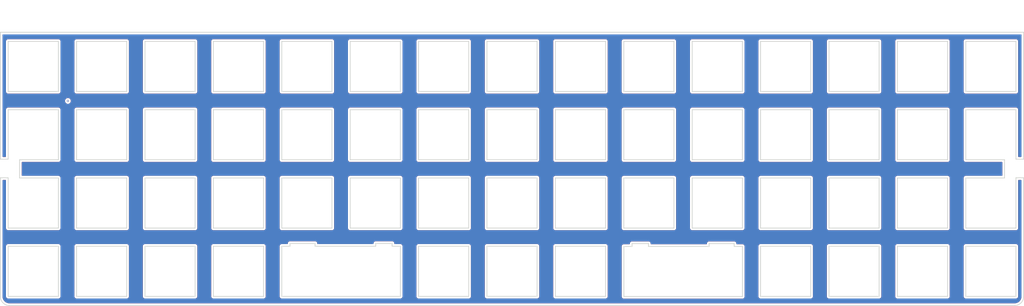
<source format=kicad_pcb>
(kicad_pcb (version 20171130) (host pcbnew "(5.1.10-1-10_14)")
  (title_block (title "Juliet PCB") (date 2021-01-23) (rev 1))
  (layers (0 F.Cu signal) (31 B.Cu signal) (34 B.Paste user) (35 F.Paste user) (36 B.SilkS user hide) (37 F.SilkS user hide) (38 B.Mask user) (39 F.Mask user) (44 Edge.Cuts user))
  (net 0 "")
  (gr_line (start 200.515 186.6599) (end 200.515 172.689899) (layer Edge.Cuts) (width 0.2))
  (gr_line (start 143.38 129.5198) (end 143.38 115.5499) (layer Edge.Cuts) (width 0.2))
  (gr_line (start 138.3 129.5198) (end 124.33 129.5198) (layer Edge.Cuts) (width 0.2))
  (gr_line (start 124.33 129.5198) (end 124.33 115.5499) (layer Edge.Cuts) (width 0.2))
  (gr_line (start 119.25 115.5499) (end 119.25 129.5198) (layer Edge.Cuts) (width 0.2))
  (gr_line (start 119.25 129.5198) (end 105.28 129.5198) (layer Edge.Cuts) (width 0.2))
  (gr_line (start 86.23 129.5198) (end 86.23 115.5499) (layer Edge.Cuts) (width 0.2))
  (gr_line (start 67.18 129.5198) (end 67.18 115.5499) (layer Edge.Cuts) (width 0.2))
  (gr_line (start 67.18 115.5499) (end 81.15 115.5499) (layer Edge.Cuts) (width 0.2))
  (gr_line (start 81.15 115.5499) (end 81.15 129.5198) (layer Edge.Cuts) (width 0.2))
  (gr_line (start 105.28 129.5198) (end 105.28 115.5499) (layer Edge.Cuts) (width 0.2))
  (gr_line (start 81.15 129.5198) (end 67.18 129.5198) (layer Edge.Cuts) (width 0.2))
  (gr_line (start 143.38 115.5499) (end 157.35 115.5499) (layer Edge.Cuts) (width 0.2))
  (gr_line (start 124.33 115.5499) (end 138.3 115.5499) (layer Edge.Cuts) (width 0.2))
  (gr_line (start 162.43 115.5499) (end 176.4 115.5499) (layer Edge.Cuts) (width 0.2))
  (gr_line (start 176.4 115.5499) (end 176.4 129.5198) (layer Edge.Cuts) (width 0.2))
  (gr_line (start 176.4 129.5198) (end 162.43 129.5198) (layer Edge.Cuts) (width 0.2))
  (gr_line (start 162.43 129.5198) (end 162.43 115.5499) (layer Edge.Cuts) (width 0.2))
  (gr_line (start 181.48 115.5499) (end 195.45 115.5499) (layer Edge.Cuts) (width 0.2))
  (gr_line (start 157.35 129.5198) (end 143.38 129.5198) (layer Edge.Cuts) (width 0.2))
  (gr_line (start 195.45 115.5499) (end 195.45 129.5198) (layer Edge.Cuts) (width 0.2))
  (gr_line (start 195.45 129.5198) (end 181.48 129.5198) (layer Edge.Cuts) (width 0.2))
  (gr_line (start 181.48 129.5198) (end 181.48 115.5499) (layer Edge.Cuts) (width 0.2))
  (gr_line (start 157.35 115.5499) (end 157.35 129.5198) (layer Edge.Cuts) (width 0.2))
  (gr_line (start 86.23 115.5499) (end 100.2 115.5499) (layer Edge.Cuts) (width 0.2))
  (gr_line (start 105.28 115.5499) (end 119.25 115.5499) (layer Edge.Cuts) (width 0.2))
  (gr_line (start 100.2 129.5198) (end 86.23 129.5198) (layer Edge.Cuts) (width 0.2))
  (gr_line (start 138.3 115.5499) (end 138.3 129.5198) (layer Edge.Cuts) (width 0.2))
  (gr_line (start 100.2 115.5499) (end 100.2 129.5198) (layer Edge.Cuts) (width 0.2))
  (gr_line (start 138.3 134.5998) (end 138.3 148.5701) (layer Edge.Cuts) (width 0.2))
  (gr_line (start 100.2 153.6501) (end 100.2 167.6201) (layer Edge.Cuts) (width 0.2))
  (gr_line (start 195.45 134.5998) (end 195.45 148.5701) (layer Edge.Cuts) (width 0.2))
  (gr_line (start 195.45 148.5701) (end 181.48 148.5701) (layer Edge.Cuts) (width 0.2))
  (gr_line (start 162.43 148.5701) (end 162.43 134.5998) (layer Edge.Cuts) (width 0.2))
  (gr_line (start 176.4 148.5701) (end 162.43 148.5701) (layer Edge.Cuts) (width 0.2))
  (gr_line (start 105.28 148.5701) (end 105.28 134.5998) (layer Edge.Cuts) (width 0.2))
  (gr_line (start 138.3 148.5701) (end 124.33 148.5701) (layer Edge.Cuts) (width 0.2))
  (gr_line (start 105.28 153.6501) (end 119.25 153.6501) (layer Edge.Cuts) (width 0.2))
  (gr_line (start 105.28 134.5998) (end 119.25 134.5998) (layer Edge.Cuts) (width 0.2))
  (gr_line (start 100.2 167.6201) (end 86.23 167.6201) (layer Edge.Cuts) (width 0.2))
  (gr_line (start 86.23 167.6201) (end 86.23 153.6501) (layer Edge.Cuts) (width 0.2))
  (gr_line (start 119.25 134.5998) (end 119.25 148.5701) (layer Edge.Cuts) (width 0.2))
  (gr_line (start 119.25 148.5701) (end 105.28 148.5701) (layer Edge.Cuts) (width 0.2))
  (gr_line (start 143.38 167.6201) (end 143.38 153.6501) (layer Edge.Cuts) (width 0.2))
  (gr_line (start 181.48 148.5701) (end 181.48 134.5998) (layer Edge.Cuts) (width 0.2))
  (gr_line (start 181.48 153.6501) (end 195.45 153.6501) (layer Edge.Cuts) (width 0.2))
  (gr_line (start 138.3 153.6501) (end 138.3 167.6201) (layer Edge.Cuts) (width 0.2))
  (gr_line (start 157.35 153.6501) (end 157.35 167.6201) (layer Edge.Cuts) (width 0.2))
  (gr_line (start 157.35 167.6201) (end 143.38 167.6201) (layer Edge.Cuts) (width 0.2))
  (gr_line (start 195.45 153.6501) (end 195.45 167.6201) (layer Edge.Cuts) (width 0.2))
  (gr_line (start 195.45 167.6201) (end 181.48 167.6201) (layer Edge.Cuts) (width 0.2))
  (gr_line (start 119.25 167.6201) (end 105.28 167.6201) (layer Edge.Cuts) (width 0.2))
  (gr_line (start 181.48 134.5998) (end 195.45 134.5998) (layer Edge.Cuts) (width 0.2))
  (gr_line (start 124.33 167.6201) (end 124.33 153.6501) (layer Edge.Cuts) (width 0.2))
  (gr_line (start 119.25 153.6501) (end 119.25 167.6201) (layer Edge.Cuts) (width 0.2))
  (gr_line (start 143.38 148.5701) (end 143.38 134.5998) (layer Edge.Cuts) (width 0.2))
  (gr_line (start 143.38 153.6501) (end 157.35 153.6501) (layer Edge.Cuts) (width 0.2))
  (gr_line (start 162.43 134.5998) (end 176.4 134.5998) (layer Edge.Cuts) (width 0.2))
  (gr_line (start 162.43 167.6201) (end 162.43 153.6501) (layer Edge.Cuts) (width 0.2))
  (gr_line (start 162.43 153.6501) (end 176.4 153.6501) (layer Edge.Cuts) (width 0.2))
  (gr_line (start 176.4 153.6501) (end 176.4 167.6201) (layer Edge.Cuts) (width 0.2))
  (gr_line (start 86.23 134.5998) (end 100.2 134.5998) (layer Edge.Cuts) (width 0.2))
  (gr_line (start 176.4 134.5998) (end 176.4 148.5701) (layer Edge.Cuts) (width 0.2))
  (gr_line (start 86.23 148.5701) (end 86.23 134.5998) (layer Edge.Cuts) (width 0.2))
  (gr_line (start 143.38 134.5998) (end 157.35 134.5998) (layer Edge.Cuts) (width 0.2))
  (gr_line (start 138.3 167.6201) (end 124.33 167.6201) (layer Edge.Cuts) (width 0.2))
  (gr_line (start 100.2 134.5998) (end 100.2 148.5701) (layer Edge.Cuts) (width 0.2))
  (gr_line (start 124.33 134.5998) (end 138.3 134.5998) (layer Edge.Cuts) (width 0.2))
  (gr_line (start 124.33 153.6501) (end 138.3 153.6501) (layer Edge.Cuts) (width 0.2))
  (gr_line (start 105.28 167.6201) (end 105.28 153.6501) (layer Edge.Cuts) (width 0.2))
  (gr_line (start 176.4 167.6201) (end 162.43 167.6201) (layer Edge.Cuts) (width 0.2))
  (gr_line (start 181.48 167.6201) (end 181.48 153.6501) (layer Edge.Cuts) (width 0.2))
  (gr_line (start 100.2 148.5701) (end 86.23 148.5701) (layer Edge.Cuts) (width 0.2))
  (gr_line (start 157.35 134.5998) (end 157.35 148.5701) (layer Edge.Cuts) (width 0.2))
  (gr_line (start 86.23 153.6501) (end 100.2 153.6501) (layer Edge.Cuts) (width 0.2))
  (gr_line (start 157.35 148.5701) (end 143.38 148.5701) (layer Edge.Cuts) (width 0.2))
  (gr_line (start 124.33 148.5701) (end 124.33 134.5998) (layer Edge.Cuts) (width 0.2))
  (gr_line (start 238.63 148.5701) (end 238.63 134.5998) (layer Edge.Cuts) (width 0.2))
  (gr_line (start 219.58 115.5499) (end 233.55 115.5499) (layer Edge.Cuts) (width 0.2))
  (gr_line (start 252.6 129.5198) (end 238.63 129.5198) (layer Edge.Cuts) (width 0.2))
  (gr_line (start 238.63 134.5998) (end 252.6 134.5998) (layer Edge.Cuts) (width 0.2))
  (gr_line (start 252.6 134.5998) (end 252.6 148.5701) (layer Edge.Cuts) (width 0.2))
  (gr_line (start 295.78 134.5998) (end 309.75 134.5998) (layer Edge.Cuts) (width 0.2))
  (gr_line (start 309.75 134.5998) (end 309.75 148.5701) (layer Edge.Cuts) (width 0.2))
  (gr_line (start 309.75 148.5701) (end 295.78 148.5701) (layer Edge.Cuts) (width 0.2))
  (gr_line (start 252.6 167.6201) (end 238.63 167.6201) (layer Edge.Cuts) (width 0.2))
  (gr_line (start 238.63 115.5499) (end 252.6 115.5499) (layer Edge.Cuts) (width 0.2))
  (gr_line (start 252.6 153.6501) (end 252.6 167.6201) (layer Edge.Cuts) (width 0.2))
  (gr_line (start 271.65 153.6501) (end 271.65 167.6201) (layer Edge.Cuts) (width 0.2))
  (gr_line (start 271.65 167.6201) (end 257.68 167.6201) (layer Edge.Cuts) (width 0.2))
  (gr_line (start 219.58 167.6201) (end 219.58 153.6501) (layer Edge.Cuts) (width 0.2))
  (gr_line (start 238.63 167.6201) (end 238.63 153.6501) (layer Edge.Cuts) (width 0.2))
  (gr_line (start 328.8 148.5701) (end 314.829999 148.5701) (layer Edge.Cuts) (width 0.2))
  (gr_line (start 314.829999 148.5701) (end 314.829999 134.5998) (layer Edge.Cuts) (width 0.2))
  (gr_line (start 314.829999 153.6501) (end 328.8 153.6501) (layer Edge.Cuts) (width 0.2))
  (gr_line (start 257.68 134.5998) (end 271.65 134.5998) (layer Edge.Cuts) (width 0.2))
  (gr_line (start 233.55 129.5198) (end 219.58 129.5198) (layer Edge.Cuts) (width 0.2))
  (gr_line (start 233.55 115.5499) (end 233.55 129.5198) (layer Edge.Cuts) (width 0.2))
  (gr_line (start 233.55 148.5701) (end 219.58 148.5701) (layer Edge.Cuts) (width 0.2))
  (gr_line (start 233.55 153.6501) (end 233.55 167.6201) (layer Edge.Cuts) (width 0.2))
  (gr_line (start 257.68 115.5499) (end 271.65 115.5499) (layer Edge.Cuts) (width 0.2))
  (gr_line (start 276.73 167.6201) (end 276.73 153.6501) (layer Edge.Cuts) (width 0.2))
  (gr_line (start 290.7 167.6201) (end 276.73 167.6201) (layer Edge.Cuts) (width 0.2))
  (gr_line (start 290.7 153.6501) (end 290.7 167.6201) (layer Edge.Cuts) (width 0.2))
  (gr_line (start 276.73 153.6501) (end 290.7 153.6501) (layer Edge.Cuts) (width 0.2))
  (gr_line (start 219.58 148.5701) (end 219.58 134.5998) (layer Edge.Cuts) (width 0.2))
  (gr_line (start 295.78 148.5701) (end 295.78 134.5998) (layer Edge.Cuts) (width 0.2))
  (gr_line (start 295.78 153.6501) (end 309.75 153.6501) (layer Edge.Cuts) (width 0.2))
  (gr_line (start 309.75 153.6501) (end 309.75 167.6201) (layer Edge.Cuts) (width 0.2))
  (gr_line (start 309.75 167.6201) (end 295.78 167.6201) (layer Edge.Cuts) (width 0.2))
  (gr_line (start 219.58 153.6501) (end 233.55 153.6501) (layer Edge.Cuts) (width 0.2))
  (gr_line (start 295.78 167.6201) (end 295.78 153.6501) (layer Edge.Cuts) (width 0.2))
  (gr_line (start 314.829999 115.5499) (end 328.8 115.5499) (layer Edge.Cuts) (width 0.2))
  (gr_line (start 328.8 115.5499) (end 328.8 129.5198) (layer Edge.Cuts) (width 0.2))
  (gr_line (start 328.8 129.5198) (end 314.829999 129.5198) (layer Edge.Cuts) (width 0.2))
  (gr_line (start 257.68 148.5701) (end 257.68 134.5998) (layer Edge.Cuts) (width 0.2))
  (gr_line (start 257.68 153.6501) (end 271.65 153.6501) (layer Edge.Cuts) (width 0.2))
  (gr_line (start 233.55 167.6201) (end 219.58 167.6201) (layer Edge.Cuts) (width 0.2))
  (gr_line (start 309.75 115.5499) (end 309.75 129.5198) (layer Edge.Cuts) (width 0.2))
  (gr_line (start 309.75 129.5198) (end 295.78 129.5198) (layer Edge.Cuts) (width 0.2))
  (gr_line (start 295.78 129.5198) (end 295.78 115.5499) (layer Edge.Cuts) (width 0.2))
  (gr_line (start 257.68 129.5198) (end 257.68 115.5499) (layer Edge.Cuts) (width 0.2))
  (gr_line (start 233.55 134.5998) (end 233.55 148.5701) (layer Edge.Cuts) (width 0.2))
  (gr_line (start 314.829999 129.5198) (end 314.829999 115.5499) (layer Edge.Cuts) (width 0.2))
  (gr_line (start 314.829999 134.5998) (end 328.8 134.5998) (layer Edge.Cuts) (width 0.2))
  (gr_line (start 328.8 134.5998) (end 328.8 148.5701) (layer Edge.Cuts) (width 0.2))
  (gr_line (start 252.6 115.5499) (end 252.6 129.5198) (layer Edge.Cuts) (width 0.2))
  (gr_line (start 219.58 129.5198) (end 219.58 115.5499) (layer Edge.Cuts) (width 0.2))
  (gr_line (start 219.58 134.5998) (end 233.55 134.5998) (layer Edge.Cuts) (width 0.2))
  (gr_line (start 238.63 153.6501) (end 252.6 153.6501) (layer Edge.Cuts) (width 0.2))
  (gr_line (start 271.65 129.5198) (end 257.68 129.5198) (layer Edge.Cuts) (width 0.2))
  (gr_line (start 328.8 153.6501) (end 328.8 167.6201) (layer Edge.Cuts) (width 0.2))
  (gr_line (start 328.8 167.6201) (end 314.829999 167.6201) (layer Edge.Cuts) (width 0.2))
  (gr_line (start 314.829999 167.6201) (end 314.829999 153.6501) (layer Edge.Cuts) (width 0.2))
  (gr_line (start 290.7 115.5499) (end 290.7 129.5198) (layer Edge.Cuts) (width 0.2))
  (gr_line (start 290.7 129.5198) (end 276.73 129.5198) (layer Edge.Cuts) (width 0.2))
  (gr_line (start 238.63 129.5198) (end 238.63 115.5499) (layer Edge.Cuts) (width 0.2))
  (gr_line (start 252.6 148.5701) (end 238.63 148.5701) (layer Edge.Cuts) (width 0.2))
  (gr_line (start 257.68 167.6201) (end 257.68 153.6501) (layer Edge.Cuts) (width 0.2))
  (gr_line (start 276.73 115.5499) (end 290.7 115.5499) (layer Edge.Cuts) (width 0.2))
  (gr_line (start 276.73 148.5701) (end 276.73 134.5998) (layer Edge.Cuts) (width 0.2))
  (gr_line (start 290.7 148.5701) (end 276.73 148.5701) (layer Edge.Cuts) (width 0.2))
  (gr_line (start 290.7 134.5998) (end 290.7 148.5701) (layer Edge.Cuts) (width 0.2))
  (gr_line (start 276.73 134.5998) (end 290.7 134.5998) (layer Edge.Cuts) (width 0.2))
  (gr_line (start 271.65 134.5998) (end 271.65 148.5701) (layer Edge.Cuts) (width 0.2))
  (gr_line (start 271.65 148.5701) (end 257.68 148.5701) (layer Edge.Cuts) (width 0.2))
  (gr_line (start 271.65 115.5499) (end 271.65 129.5198) (layer Edge.Cuts) (width 0.2))
  (gr_line (start 276.73 129.5198) (end 276.73 115.5499) (layer Edge.Cuts) (width 0.2))
  (gr_line (start 295.78 115.5499) (end 309.75 115.5499) (layer Edge.Cuts) (width 0.2))
  (gr_line (start 200.515 167.6102) (end 200.515 153.6402) (layer Edge.Cuts) (width 0.2))
  (gr_line (start 214.485 153.6402) (end 214.485 167.6102) (layer Edge.Cuts) (width 0.2))
  (gr_line (start 214.485 134.5899) (end 214.485 148.5602) (layer Edge.Cuts) (width 0.2))
  (gr_line (start 200.515 148.5602) (end 200.515 134.5899) (layer Edge.Cuts) (width 0.2))
  (gr_line (start 214.485 148.5602) (end 200.515 148.5602) (layer Edge.Cuts) (width 0.2))
  (gr_line (start 200.515 134.5899) (end 214.485 134.5899) (layer Edge.Cuts) (width 0.2))
  (gr_line (start 214.485 167.6102) (end 200.515 167.6102) (layer Edge.Cuts) (width 0.2))
  (gr_line (start 200.515 153.6402) (end 214.485 153.6402) (layer Edge.Cuts) (width 0.2))
  (gr_arc (start 67.5 186.7197) (end 65 186.7197) (angle -90) (layer Edge.Cuts) (width 0.2))
  (gr_arc (start 347.5 186.7197) (end 347.5 189.2197) (angle -90) (layer Edge.Cuts) (width 0.2))
  (gr_line (start 65 153.6) (end 65 186.7197) (layer Edge.Cuts) (width 0.2))
  (gr_line (start 81.15 148.5701) (end 70.354975 148.5701) (layer Edge.Cuts) (width 0.2))
  (gr_line (start 70.354975 153.6501) (end 81.15 153.6501) (layer Edge.Cuts) (width 0.2))
  (gr_line (start 67.18 148.4) (end 65 148.4) (layer Edge.Cuts) (width 0.2))
  (gr_line (start 70.354975 148.5701) (end 70.354975 153.6501) (layer Edge.Cuts) (width 0.2))
  (gr_line (start 67.18 153.6) (end 65 153.6) (layer Edge.Cuts) (width 0.2))
  (gr_line (start 347.5 189.2197) (end 67.5 189.2197) (layer Edge.Cuts) (width 0.2))
  (gr_line (start 350 153.6) (end 350 186.7197) (layer Edge.Cuts) (width 0.2))
  (gr_line (start 347.85 153.6) (end 350 153.6) (layer Edge.Cuts) (width 0.2))
  (gr_line (start 347.85 148.4) (end 350 148.4) (layer Edge.Cuts) (width 0.2))
  (gr_line (start 214.485 186.6599) (end 200.515 186.6599) (layer Edge.Cuts) (width 0.2))
  (gr_line (start 214.485 172.689899) (end 214.485 186.6599) (layer Edge.Cuts) (width 0.2))
  (gr_line (start 200.515 172.689899) (end 214.485 172.689899) (layer Edge.Cuts) (width 0.2))
  (gr_line (start 333.88 167.6201) (end 333.88 153.6501) (layer Edge.Cuts) (width 0.2))
  (gr_line (start 347.85 167.6201) (end 333.88 167.6201) (layer Edge.Cuts) (width 0.2))
  (gr_line (start 347.85 167.6201) (end 347.85 153.6) (layer Edge.Cuts) (width 0.2))
  (gr_line (start 333.88 153.6501) (end 344.675025 153.6501) (layer Edge.Cuts) (width 0.2))
  (gr_line (start 344.675025 148.5701) (end 344.675025 153.6501) (layer Edge.Cuts) (width 0.2))
  (gr_line (start 240.931975 172.74105) (end 238.645975 172.74105) (layer Edge.Cuts) (width 0.2))
  (gr_line (start 240.931975 171.953051) (end 240.931975 172.74105) (layer Edge.Cuts) (width 0.2))
  (gr_line (start 262.394975 172.74105) (end 245.503975 172.74105) (layer Edge.Cuts) (width 0.2))
  (gr_line (start 262.394975 171.953051) (end 262.394975 172.74105) (layer Edge.Cuts) (width 0.2))
  (gr_line (start 245.503975 171.953051) (end 240.931975 171.953051) (layer Edge.Cuts) (width 0.2))
  (gr_line (start 271.665975 186.711051) (end 271.665975 172.74105) (layer Edge.Cuts) (width 0.2))
  (gr_line (start 271.665975 172.74105) (end 269.379975 172.74105) (layer Edge.Cuts) (width 0.2))
  (gr_line (start 295.78 186.6698) (end 295.78 172.699799) (layer Edge.Cuts) (width 0.2))
  (gr_line (start 309.75 186.6698) (end 295.78 186.6698) (layer Edge.Cuts) (width 0.2))
  (gr_line (start 309.75 172.699799) (end 309.75 186.6698) (layer Edge.Cuts) (width 0.2))
  (gr_line (start 295.78 172.699799) (end 309.75 172.699799) (layer Edge.Cuts) (width 0.2))
  (gr_line (start 219.58 186.6698) (end 219.58 172.699799) (layer Edge.Cuts) (width 0.2))
  (gr_line (start 233.55 186.6698) (end 219.58 186.6698) (layer Edge.Cuts) (width 0.2))
  (gr_line (start 233.55 172.699799) (end 233.55 186.6698) (layer Edge.Cuts) (width 0.2))
  (gr_line (start 219.58 172.699799) (end 233.55 172.699799) (layer Edge.Cuts) (width 0.2))
  (gr_line (start 276.73 186.6698) (end 276.73 172.699799) (layer Edge.Cuts) (width 0.2))
  (gr_line (start 290.7 186.6698) (end 276.73 186.6698) (layer Edge.Cuts) (width 0.2))
  (gr_line (start 290.7 172.699799) (end 290.7 186.6698) (layer Edge.Cuts) (width 0.2))
  (gr_line (start 276.73 172.699799) (end 290.7 172.699799) (layer Edge.Cuts) (width 0.2))
  (gr_line (start 314.829999 172.699799) (end 328.8 172.699799) (layer Edge.Cuts) (width 0.2))
  (gr_line (start 328.8 172.699799) (end 328.8 186.6698) (layer Edge.Cuts) (width 0.2))
  (gr_line (start 328.8 186.6698) (end 314.829999 186.6698) (layer Edge.Cuts) (width 0.2))
  (gr_line (start 314.829999 186.6698) (end 314.829999 172.699799) (layer Edge.Cuts) (width 0.2))
  (gr_line (start 333.88 172.699799) (end 347.85 172.699799) (layer Edge.Cuts) (width 0.2))
  (gr_line (start 347.85 172.699799) (end 347.85 186.6698) (layer Edge.Cuts) (width 0.2))
  (gr_line (start 347.85 186.6698) (end 333.88 186.6698) (layer Edge.Cuts) (width 0.2))
  (gr_line (start 333.88 186.6698) (end 333.88 172.699799) (layer Edge.Cuts) (width 0.2))
  (gr_line (start 238.645975 172.74105) (end 238.645975 186.711051) (layer Edge.Cuts) (width 0.2))
  (gr_line (start 269.379975 171.953051) (end 269.379975 172.74105) (layer Edge.Cuts) (width 0.2))
  (gr_line (start 245.503975 171.953051) (end 245.503975 172.74105) (layer Edge.Cuts) (width 0.2))
  (gr_line (start 269.379975 171.953051) (end 262.394975 171.953051) (layer Edge.Cuts) (width 0.2))
  (gr_line (start 238.645975 186.711051) (end 271.665975 186.711051) (layer Edge.Cuts) (width 0.2))
  (gr_line (start 333.88 129.5198) (end 333.88 115.5499) (layer Edge.Cuts) (width 0.2))
  (gr_line (start 347.85 129.5198) (end 333.88 129.5198) (layer Edge.Cuts) (width 0.2))
  (gr_line (start 347.85 115.5499) (end 347.85 129.5198) (layer Edge.Cuts) (width 0.2))
  (gr_line (start 333.88 115.5499) (end 347.85 115.5499) (layer Edge.Cuts) (width 0.2))
  (gr_line (start 333.88 134.5998) (end 347.85 134.5998) (layer Edge.Cuts) (width 0.2))
  (gr_line (start 347.85 134.5998) (end 347.85 148.4) (layer Edge.Cuts) (width 0.2))
  (gr_line (start 344.675025 148.5701) (end 333.88 148.5701) (layer Edge.Cuts) (width 0.2))
  (gr_line (start 333.88 148.5701) (end 333.88 134.5998) (layer Edge.Cuts) (width 0.2))
  (gr_line (start 174.114 171.9118) (end 174.114 172.699799) (layer Edge.Cuts) (width 0.2))
  (gr_line (start 152.651 171.9118) (end 152.651 172.699799) (layer Edge.Cuts) (width 0.2))
  (gr_line (start 169.542 171.9118) (end 169.542 172.699799) (layer Edge.Cuts) (width 0.2))
  (gr_line (start 145.666 171.9118) (end 145.666 172.699799) (layer Edge.Cuts) (width 0.2))
  (gr_line (start 143.38 172.699799) (end 145.666 172.699799) (layer Edge.Cuts) (width 0.2))
  (gr_line (start 174.114 172.699799) (end 176.4 172.699799) (layer Edge.Cuts) (width 0.2))
  (gr_line (start 169.542 171.9118) (end 174.114 171.9118) (layer Edge.Cuts) (width 0.2))
  (gr_line (start 145.666 171.9118) (end 152.651 171.9118) (layer Edge.Cuts) (width 0.2))
  (gr_line (start 181.48 186.6698) (end 181.48 172.699799) (layer Edge.Cuts) (width 0.2))
  (gr_line (start 195.45 186.6698) (end 181.48 186.6698) (layer Edge.Cuts) (width 0.2))
  (gr_line (start 195.45 172.699799) (end 195.45 186.6698) (layer Edge.Cuts) (width 0.2))
  (gr_line (start 181.48 172.699799) (end 195.45 172.699799) (layer Edge.Cuts) (width 0.2))
  (gr_line (start 143.38 186.6698) (end 143.38 172.699799) (layer Edge.Cuts) (width 0.2))
  (gr_line (start 176.4 186.6698) (end 143.38 186.6698) (layer Edge.Cuts) (width 0.2))
  (gr_line (start 105.28 186.6698) (end 105.28 172.699799) (layer Edge.Cuts) (width 0.2))
  (gr_line (start 119.25 186.6698) (end 105.28 186.6698) (layer Edge.Cuts) (width 0.2))
  (gr_line (start 119.25 172.699799) (end 119.25 186.6698) (layer Edge.Cuts) (width 0.2))
  (gr_line (start 105.28 172.699799) (end 119.25 172.699799) (layer Edge.Cuts) (width 0.2))
  (gr_line (start 67.18 172.699799) (end 81.15 172.699799) (layer Edge.Cuts) (width 0.2))
  (gr_line (start 81.15 172.699799) (end 81.15 186.6698) (layer Edge.Cuts) (width 0.2))
  (gr_line (start 81.15 186.6698) (end 67.18 186.6698) (layer Edge.Cuts) (width 0.2))
  (gr_line (start 67.18 186.6698) (end 67.18 172.699799) (layer Edge.Cuts) (width 0.2))
  (gr_line (start 86.23 172.699799) (end 100.2 172.699799) (layer Edge.Cuts) (width 0.2))
  (gr_line (start 100.2 172.699799) (end 100.2 186.6698) (layer Edge.Cuts) (width 0.2))
  (gr_line (start 100.2 186.6698) (end 86.23 186.6698) (layer Edge.Cuts) (width 0.2))
  (gr_line (start 86.23 186.6698) (end 86.23 172.699799) (layer Edge.Cuts) (width 0.2))
  (gr_line (start 124.33 186.6698) (end 124.33 172.699799) (layer Edge.Cuts) (width 0.2))
  (gr_line (start 138.3 186.6698) (end 124.33 186.6698) (layer Edge.Cuts) (width 0.2))
  (gr_line (start 138.3 172.699799) (end 138.3 186.6698) (layer Edge.Cuts) (width 0.2))
  (gr_line (start 124.33 172.699799) (end 138.3 172.699799) (layer Edge.Cuts) (width 0.2))
  (gr_line (start 176.4 172.699799) (end 176.4 186.6698) (layer Edge.Cuts) (width 0.2))
  (gr_line (start 152.651 172.699799) (end 169.542 172.699799) (layer Edge.Cuts) (width 0.2))
  (gr_line (start 67.18 148.4) (end 67.18 134.5998) (layer Edge.Cuts) (width 0.2))
  (gr_line (start 81.15 134.5998) (end 81.15 148.5701) (layer Edge.Cuts) (width 0.2))
  (gr_line (start 67.18 134.5998) (end 81.15 134.5998) (layer Edge.Cuts) (width 0.2))
  (gr_line (start 67.18 167.6201) (end 67.18 153.6) (layer Edge.Cuts) (width 0.2))
  (gr_line (start 81.15 167.6201) (end 67.18 167.6201) (layer Edge.Cuts) (width 0.2))
  (gr_line (start 81.15 153.6501) (end 81.15 167.6201) (layer Edge.Cuts) (width 0.2))
  (gr_line (start 214.485 115.5499) (end 200.515 115.5499) (layer Edge.Cuts) (width 0.2))
  (gr_line (start 214.485 129.5198) (end 214.485 115.5499) (layer Edge.Cuts) (width 0.2))
  (gr_line (start 214.485 129.5198) (end 200.515 129.5198) (layer Edge.Cuts) (width 0.2))
  (gr_line (start 200.515 129.5198) (end 200.515 115.5499) (layer Edge.Cuts) (width 0.2))
  (gr_line (start 350 113) (end 350 148.4) (layer Edge.Cuts) (width 0.2))
  (gr_line (start 65 113) (end 65 148.4) (layer Edge.Cuts) (width 0.2))
  (gr_line (start 65 113) (end 350 113) (layer Edge.Cuts) (width 0.2))
  (via (at 83.82 132.159375) (size 0.6) (drill 0.4) (layers F.Cu B.Cu) (net 0))
  (zone (net 0) (net_name "") (layer F.Cu) (connect_pads (clearance 0.508)) (min_thickness 0.254) (fill yes (arc_segments 32) (thermal_gap 0.508) (thermal_bridge_width 0.508))
    (polygon (pts (xy 350 189.2) (xy 65 189.2) (xy 65 113) (xy 350 113)))
  )
  (zone (net 0) (net_name "") (layer B.Cu) (connect_pads (clearance 0.508)) (min_thickness 0.254) (fill yes (arc_segments 32) (thermal_gap 0.508) (thermal_bridge_width 0.508))
    (polygon (pts (xy 350 189.2) (xy 65 189.2) (xy 65 113) (xy 350 113)))
  )
)
</source>
